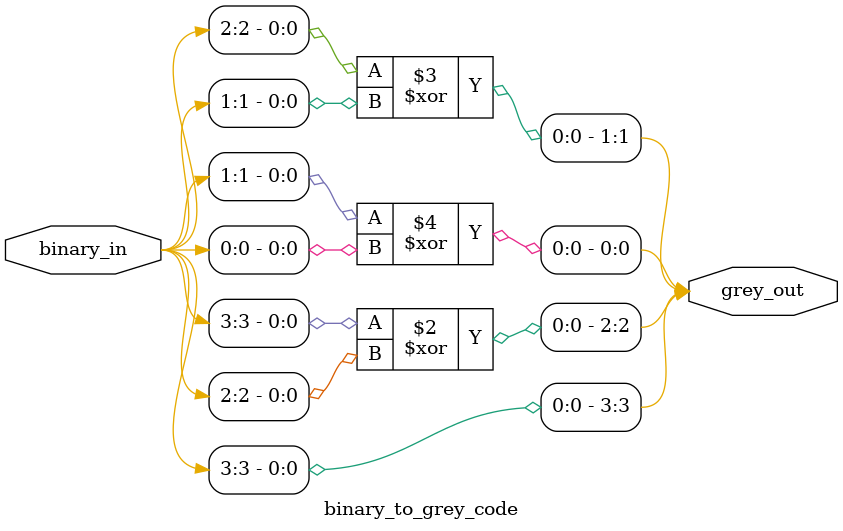
<source format=v>
module binary_to_grey_code (
    
    input [3:0] binary_in, // 4-bit binary input
    output reg [3:0] grey_out // 4-bit grey code output
);

    always @(*) begin
        grey_out[3] = binary_in[3]; // MSB remains the same
        grey_out[2] = binary_in[3] ^ binary_in[2]; // XOR of MSB and next bit
        grey_out[1] = binary_in[2] ^ binary_in[1]; // XOR of next two bits
        grey_out[0] = binary_in[1] ^ binary_in[0]; // XOR of LSB and next bit
    end
    
endmodule
</source>
